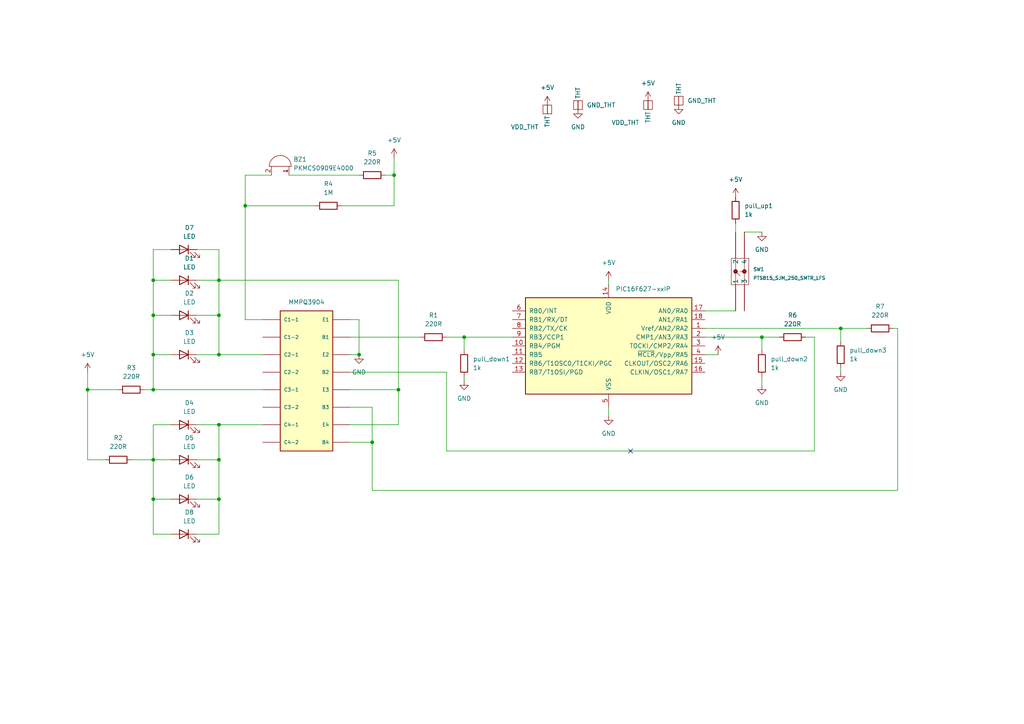
<source format=kicad_sch>
(kicad_sch (version 20211123) (generator eeschema)
  (paper "A4")
  (lib_symbols
    (symbol "Device:Buzzer" (pin_names (offset 0.0254) hide)
      (property "Reference" "BZ" (at 3.81 1.27 0))
      (property "Value" "Buzzer" (at 3.81 -1.27 0))
      (symbol "Buzzer_0_1"
        (arc (start 0 -3.175) (mid 3.175 0) (end 0 3.175))
        (polyline (pts (xy -1.651 1.905) (xy -1.143 1.905)))
        (polyline (pts (xy -1.397 2.159) (xy -1.397 1.651)))
        (polyline (pts (xy 0 3.175) (xy 0 -3.175)))
      )
      (symbol "Buzzer_1_1"
        (pin passive line (at -2.54 2.54 0) (length 2.54) (name "-") (number "1"))
        (pin passive line (at -2.54 -2.54 0) (length 2.54) (name "+") (number "2"))
      )
    )
    (symbol "Device:LED" (pin_numbers hide) (pin_names (offset 1.016) hide)
      (property "Reference" "D" (at 0 2.54 0))
      (property "Value" "LED" (at 0 -2.54 0))
      (symbol "LED_0_1"
        (polyline (pts (xy -1.27 -1.27) (xy -1.27 1.27)) (stroke (width 0.254)))
        (polyline (pts (xy -1.27 0) (xy 1.27 0)))
        (polyline (pts (xy 1.27 -1.27) (xy 1.27 1.27) (xy -1.27 0) (xy 1.27 -1.27)) (stroke (width 0.254)))
        (polyline (pts (xy -3.048 -0.762) (xy -4.572 -2.286) (xy -3.81 -2.286) (xy -4.572 -2.286) (xy -4.572 -1.524)))
        (polyline (pts (xy -1.778 -0.762) (xy -3.302 -2.286) (xy -2.54 -2.286) (xy -3.302 -2.286) (xy -3.302 -1.524)))
      )
      (symbol "LED_1_1"
        (pin passive line (at -3.81 0 0) (length 2.54) (name "K") (number "1"))
        (pin passive line (at 3.81 0 180) (length 2.54) (name "A") (number "2"))
      )
    )
    (symbol "Device:R" (pin_numbers hide) (pin_names (offset 0))
      (property "Reference" "R" (at 2.032 0 90))
      (property "Value" "R" (at 0 0 90))
      (symbol "R_0_1"
        (rectangle (start -1.016 -2.54) (end 1.016 2.54) (stroke (width 0.254)))
      )
      (symbol "R_1_1"
        (pin passive line (at 0 3.81 270) (length 1.27) (name "~") (number "1"))
        (pin passive line (at 0 -3.81 90) (length 1.27) (name "~") (number "2"))
      )
    )
    (symbol "MCU_Microchip_PIC16:PIC16F627-xxIP" (pin_names (offset 1.016))
      (property "Reference" "U" (at -24.13 17.78 0))
      (property "Value" "PIC16F627-xxIP" (at -24.13 15.24 0))
      (symbol "PIC16F627-xxIP_0_1"
        (rectangle (start 24.13 13.97) (end -24.13 -13.97) (stroke (width 0.254)) (fill (type background)))
      )
      (symbol "PIC16F627-xxIP_1_1"
        (pin bidirectional line (at 27.94 5.08 180) (length 3.81) (name "Vref/AN2/RA2") (number "1"))
        (pin bidirectional line (at -27.94 0 0) (length 3.81) (name "RB4/PGM") (number "10"))
        (pin bidirectional line (at -27.94 -2.54 0) (length 3.81) (name "RB5") (number "11"))
        (pin bidirectional line (at -27.94 -5.08 0) (length 3.81) (name "RB6/T1OSC0/T1CKI/PGC") (number "12"))
        (pin bidirectional line (at -27.94 -7.62 0) (length 3.81) (name "RB7/T1OSI/PGD") (number "13"))
        (pin power_in line (at 0 17.78 270) (length 3.81) (name "VDD") (number "14"))
        (pin bidirectional line (at 27.94 -5.08 180) (length 3.81) (name "CLKOUT/OSC2/RA6") (number "15"))
        (pin bidirectional line (at 27.94 -7.62 180) (length 3.81) (name "CLKIN/OSC1/RA7") (number "16"))
        (pin bidirectional line (at 27.94 10.16 180) (length 3.81) (name "AN0/RA0") (number "17"))
        (pin bidirectional line (at 27.94 7.62 180) (length 3.81) (name "AN1/RA1") (number "18"))
        (pin bidirectional line (at 27.94 2.54 180) (length 3.81) (name "CMP1/AN3/RA3") (number "2"))
        (pin bidirectional line (at 27.94 0 180) (length 3.81) (name "TOCKI/CMP2/RA4") (number "3"))
        (pin input line (at 27.94 -2.54 180) (length 3.81) (name "~{MCLR}/Vpp/RA5") (number "4"))
        (pin power_in line (at 0 -17.78 90) (length 3.81) (name "VSS") (number "5"))
        (pin bidirectional line (at -27.94 10.16 0) (length 3.81) (name "RB0/INT") (number "6"))
        (pin bidirectional line (at -27.94 7.62 0) (length 3.81) (name "RB1/RX/DT") (number "7"))
        (pin bidirectional line (at -27.94 5.08 0) (length 3.81) (name "RB2/TX/CK") (number "8"))
        (pin bidirectional line (at -27.94 2.54 0) (length 3.81) (name "RB3/CCP1") (number "9"))
      )
    )
    (symbol "MMPQ3904:MMPQ3904" (pin_numbers hide) (pin_names (offset 1.016))
      (property "Reference" "U" (at -7.62 21.336 0))
      (property "Value" "MMPQ3904" (at -7.62 -23.622 0))
      (symbol "MMPQ3904_0_0"
        (rectangle (start -7.62 -20.32) (end 7.62 20.32) (stroke (width 0.254)) (fill (type background)))
        (pin bidirectional line (at -12.7 17.78 0) (length 5.08) (name "C1-1") (number "1"))
        (pin bidirectional line (at 12.7 -12.7 180) (length 5.08) (name "E4") (number "10"))
        (pin bidirectional line (at 12.7 -7.62 180) (length 5.08) (name "B3") (number "11"))
        (pin bidirectional line (at 12.7 -2.54 180) (length 5.08) (name "E3") (number "12"))
        (pin bidirectional line (at 12.7 2.54 180) (length 5.08) (name "B2") (number "13"))
        (pin bidirectional line (at 12.7 7.62 180) (length 5.08) (name "E2") (number "14"))
        (pin bidirectional line (at 12.7 12.7 180) (length 5.08) (name "B1") (number "15"))
        (pin bidirectional line (at 12.7 17.78 180) (length 5.08) (name "E1") (number "16"))
        (pin bidirectional line (at -12.7 12.7 0) (length 5.08) (name "C1-2") (number "2"))
        (pin bidirectional line (at -12.7 7.62 0) (length 5.08) (name "C2-1") (number "3"))
        (pin bidirectional line (at -12.7 2.54 0) (length 5.08) (name "C2-2") (number "4"))
        (pin bidirectional line (at -12.7 -2.54 0) (length 5.08) (name "C3-1") (number "5"))
        (pin bidirectional line (at -12.7 -7.62 0) (length 5.08) (name "C3-2") (number "6"))
        (pin bidirectional line (at -12.7 -12.7 0) (length 5.08) (name "C4-1") (number "7"))
        (pin bidirectional line (at -12.7 -17.78 0) (length 5.08) (name "C4-2") (number "8"))
        (pin bidirectional line (at 12.7 -17.78 180) (length 5.08) (name "B4") (number "9"))
      )
    )
    (symbol "PTS815 SJM 250 SMTR LFS:PTS815_SJM_250_SMTR_LFS" (pin_numbers hide) (pin_names (offset 0.254))
      (property "Reference" "SW" (at 11.43 5.08 0))
      (property "Value" "PTS815_SJM_250_SMTR_LFS" (at 12.7 3.81 0))
      (symbol "PTS815_SJM_250_SMTR_LFS_0_1"
        (polyline (pts (xy 7.62 -2.54) (xy 15.24 -2.54)) (stroke (width 0.127)))
        (polyline (pts (xy 7.62 -1.27) (xy 15.24 -1.27)) (stroke (width 0.127)))
        (polyline (pts (xy 7.62 2.54) (xy 7.62 -2.54)) (stroke (width 0.127)))
        (polyline (pts (xy 10.16 0) (xy 11.43 1.27)) (stroke (width 0.127)))
        (polyline (pts (xy 11.43 0) (xy 11.43 -1.27)) (stroke (width 0.127)))
        (polyline (pts (xy 15.24 -2.54) (xy 15.24 2.54)) (stroke (width 0.127)))
        (polyline (pts (xy 15.24 1.27) (xy 7.62 1.27)) (stroke (width 0.127)))
        (polyline (pts (xy 15.24 2.54) (xy 7.62 2.54)) (stroke (width 0.127)))
        (circle (center 11.43 -1.27) (radius 0.127) (stroke (width 0.508)))
        (circle (center 11.43 1.27) (radius 0.127) (stroke (width 0.508)))
        (pin bidirectional line (at 0 1.27 0) (length 7.62) (name "1") (number "1"))
        (pin bidirectional line (at 22.86 1.27 180) (length 7.62) (name "2") (number "2"))
        (pin bidirectional line (at 0 -1.27 0) (length 7.62) (name "3") (number "3"))
        (pin bidirectional line (at 22.86 -1.27 180) (length 7.62) (name "4") (number "4"))
      )
    )
    (symbol "THT hole:GND_THT" (pin_numbers hide)
      (property "Value" "GND_THT" (at 2.54 -2.5399 0))
      (symbol "GND_THT_0_1"
        (rectangle (start -1.27 -1.27) (end 1.27 -3.81))
      )
      (symbol "GND_THT_1_1"
        (pin input line (at 0 -3.81 90) (length 2.54) (name "THT") (number "1"))
      )
    )
    (symbol "THT hole:VDD_THT" (pin_numbers hide)
      (property "Reference" "U1" (at 5.08 0 0))
      (property "Value" "VDD_THT" (at -2.54 2.5401 0))
      (symbol "VDD_THT_0_1"
        (rectangle (start -1.27 -1.27) (end 1.27 -3.81))
      )
      (symbol "VDD_THT_1_1"
        (pin input line (at 0 -3.81 90) (length 2.54) (name "THT") (number "1"))
      )
    )
    (symbol "power:+5V" (power) (pin_names (offset 0))
      (property "Value" "+5V" (at 0 3.556 0))
      (symbol "+5V_0_1"
        (polyline (pts (xy -0.762 1.27) (xy 0 2.54)))
        (polyline (pts (xy 0 0) (xy 0 2.54)))
        (polyline (pts (xy 0 2.54) (xy 0.762 1.27)))
      )
      (symbol "+5V_1_1"
        (pin power_in line (at 0 0 90) (length 0) hide (name "+5V") (number "1"))
      )
    )
    (symbol "power:GND" (power) (pin_names (offset 0))
      (property "Value" "GND" (at 0 -3.81 0))
      (symbol "GND_0_1"
        (polyline (pts (xy 0 0) (xy 0 -1.27) (xy 1.27 -1.27) (xy 0 -2.54) (xy -1.27 -1.27) (xy 0 -1.27)))
      )
      (symbol "GND_1_1"
        (pin power_in line (at 0 0 270) (length 0) hide (name "GND") (number "1"))
      )
    )
  )
  (junction (at 243.84 95.25))
  (junction (at 134.62 97.79))
  (junction (at 63.5 144.78))
  (junction (at 44.45 113.03))
  (junction (at 63.5 81.28))
  (junction (at 63.5 91.44))
  (junction (at 115.57 113.03))
  (junction (at 63.5 133.35))
  (junction (at 44.45 91.44))
  (junction (at 63.5 102.87))
  (junction (at 44.45 81.28))
  (junction (at 107.95 128.27))
  (junction (at 220.98 97.79))
  (junction (at 71.12 59.69))
  (junction (at 44.45 102.87))
  (junction (at 63.5 123.19))
  (junction (at 104.14 102.87))
  (junction (at 25.4 113.03))
  (junction (at 44.45 144.78))
  (junction (at 44.45 133.35))
  (junction (at 114.3 50.8))
  (no_connect (at 182.88 130.81))
  (wire (pts (xy 259.08 95.25) (xy 260.35 95.25)))
  (wire (pts (xy 44.45 113.03) (xy 76.2 113.03)))
  (wire (pts (xy 63.5 144.78) (xy 57.15 144.78)))
  (wire (pts (xy 99.06 59.69) (xy 114.3 59.69)))
  (wire (pts (xy 101.6 123.19) (xy 115.57 123.19)))
  (wire (pts (xy 129.54 107.95) (xy 129.54 130.81)))
  (wire (pts (xy 101.6 97.79) (xy 121.92 97.79)))
  (wire (pts (xy 44.45 102.87) (xy 49.53 102.87)))
  (wire (pts (xy 134.62 110.49) (xy 134.62 109.22)))
  (wire (pts (xy 71.12 50.8) (xy 71.12 59.69)))
  (wire (pts (xy 101.6 102.87) (xy 104.14 102.87)))
  (wire (pts (xy 63.5 81.28) (xy 57.15 81.28)))
  (wire (pts (xy 226.06 97.79) (xy 220.98 97.79)))
  (wire (pts (xy 107.95 142.24) (xy 260.35 142.24)))
  (wire (pts (xy 25.4 133.35) (xy 25.4 113.03)))
  (wire (pts (xy 204.47 90.17) (xy 213.36 90.17)))
  (wire (pts (xy 71.12 59.69) (xy 71.12 92.71)))
  (wire (pts (xy 243.84 107.95) (xy 243.84 106.68)))
  (wire (pts (xy 44.45 91.44) (xy 49.53 91.44)))
  (wire (pts (xy 204.47 102.87) (xy 208.28 102.87)))
  (wire (pts (xy 101.6 128.27) (xy 107.95 128.27)))
  (wire (pts (xy 220.98 97.79) (xy 204.47 97.79)))
  (wire (pts (xy 243.84 95.25) (xy 243.84 99.06)))
  (wire (pts (xy 44.45 72.39) (xy 44.45 81.28)))
  (wire (pts (xy 44.45 133.35) (xy 49.53 133.35)))
  (wire (pts (xy 83.82 50.8) (xy 104.14 50.8)))
  (wire (pts (xy 114.3 59.69) (xy 114.3 50.8)))
  (wire (pts (xy 63.5 81.28) (xy 63.5 91.44)))
  (wire (pts (xy 111.76 50.8) (xy 114.3 50.8)))
  (wire (pts (xy 25.4 107.95) (xy 25.4 113.03)))
  (wire (pts (xy 44.45 123.19) (xy 49.53 123.19)))
  (wire (pts (xy 63.5 91.44) (xy 57.15 91.44)))
  (wire (pts (xy 134.62 97.79) (xy 134.62 101.6)))
  (wire (pts (xy 49.53 72.39) (xy 44.45 72.39)))
  (wire (pts (xy 114.3 45.72) (xy 114.3 50.8)))
  (wire (pts (xy 44.45 102.87) (xy 44.45 113.03)))
  (wire (pts (xy 107.95 118.11) (xy 107.95 128.27)))
  (wire (pts (xy 101.6 118.11) (xy 107.95 118.11)))
  (wire (pts (xy 25.4 113.03) (xy 34.29 113.03)))
  (wire (pts (xy 220.98 97.79) (xy 220.98 101.6)))
  (wire (pts (xy 215.9 67.31) (xy 220.98 67.31)))
  (wire (pts (xy 30.48 133.35) (xy 25.4 133.35)))
  (wire (pts (xy 76.2 92.71) (xy 71.12 92.71)))
  (wire (pts (xy 63.5 133.35) (xy 57.15 133.35)))
  (wire (pts (xy 44.45 144.78) (xy 49.53 144.78)))
  (wire (pts (xy 101.6 107.95) (xy 129.54 107.95)))
  (wire (pts (xy 71.12 50.8) (xy 78.74 50.8)))
  (wire (pts (xy 134.62 97.79) (xy 148.59 97.79)))
  (wire (pts (xy 63.5 72.39) (xy 63.5 81.28)))
  (wire (pts (xy 44.45 81.28) (xy 44.45 91.44)))
  (wire (pts (xy 44.45 81.28) (xy 49.53 81.28)))
  (wire (pts (xy 63.5 123.19) (xy 63.5 133.35)))
  (wire (pts (xy 63.5 123.19) (xy 76.2 123.19)))
  (wire (pts (xy 41.91 113.03) (xy 44.45 113.03)))
  (wire (pts (xy 260.35 95.25) (xy 260.35 142.24)))
  (wire (pts (xy 63.5 102.87) (xy 76.2 102.87)))
  (wire (pts (xy 44.45 154.94) (xy 44.45 144.78)))
  (wire (pts (xy 63.5 123.19) (xy 57.15 123.19)))
  (wire (pts (xy 104.14 92.71) (xy 104.14 102.87)))
  (wire (pts (xy 57.15 154.94) (xy 63.5 154.94)))
  (wire (pts (xy 115.57 113.03) (xy 115.57 81.28)))
  (wire (pts (xy 243.84 95.25) (xy 251.46 95.25)))
  (wire (pts (xy 101.6 113.03) (xy 115.57 113.03)))
  (wire (pts (xy 101.6 92.71) (xy 104.14 92.71)))
  (wire (pts (xy 44.45 123.19) (xy 44.45 133.35)))
  (wire (pts (xy 44.45 91.44) (xy 44.45 102.87)))
  (wire (pts (xy 63.5 133.35) (xy 63.5 144.78)))
  (wire (pts (xy 176.53 81.28) (xy 176.53 82.55)))
  (wire (pts (xy 129.54 97.79) (xy 134.62 97.79)))
  (wire (pts (xy 44.45 133.35) (xy 44.45 144.78)))
  (wire (pts (xy 63.5 154.94) (xy 63.5 144.78)))
  (wire (pts (xy 107.95 128.27) (xy 107.95 142.24)))
  (wire (pts (xy 57.15 72.39) (xy 63.5 72.39)))
  (wire (pts (xy 49.53 154.94) (xy 44.45 154.94)))
  (wire (pts (xy 233.68 97.79) (xy 236.22 97.79)))
  (wire (pts (xy 176.53 118.11) (xy 176.53 120.65)))
  (wire (pts (xy 63.5 102.87) (xy 57.15 102.87)))
  (wire (pts (xy 129.54 130.81) (xy 236.22 130.81)))
  (wire (pts (xy 115.57 81.28) (xy 63.5 81.28)))
  (wire (pts (xy 63.5 91.44) (xy 63.5 102.87)))
  (wire (pts (xy 236.22 130.81) (xy 236.22 97.79)))
  (wire (pts (xy 91.44 59.69) (xy 71.12 59.69)))
  (wire (pts (xy 115.57 123.19) (xy 115.57 113.03)))
  (wire (pts (xy 220.98 111.76) (xy 220.98 109.22)))
  (wire (pts (xy 213.36 64.77) (xy 213.36 67.31)))
  (wire (pts (xy 204.47 95.25) (xy 243.84 95.25)))
  (wire (pts (xy 38.1 133.35) (xy 44.45 133.35)))
  (symbol (lib_id "Device:R") (at 95.25 59.69 90) (unit 1)
    (property "Reference" "R4" (at 95.25 53.34 90))
    (property "Value" "1M" (at 95.25 55.88 90))
    (property "Footprint" "Resistor_SMD:R_0805_2012Metric_Pad1.20x1.40mm_HandSolder" (effects hide))
  )
  (symbol (lib_id "Device:LED") (at 53.34 154.94 0) (mirror y) (unit 1)
    (property "Reference" "D8" (at 54.9275 148.59 0))
    (property "Value" "LED" (at 54.9275 151.13 0))
    (property "Footprint" "LED_SMD:LED_0805_2012Metric_Pad1.15x1.40mm_HandSolder" (effects hide))
  )
  (symbol (lib_id "Device:LED") (at 53.34 102.87 0) (mirror y) (unit 1)
    (property "Reference" "D3" (at 54.9275 96.52 0))
    (property "Value" "LED" (at 54.9275 99.06 0))
    (property "Footprint" "LED_SMD:LED_0805_2012Metric_Pad1.15x1.40mm_HandSolder" (effects hide))
  )
  (symbol (lib_id "Device:LED") (at 53.34 144.78 0) (mirror y) (unit 1)
    (property "Reference" "D6" (at 54.9275 138.43 0))
    (property "Value" "LED" (at 54.9275 140.97 0))
    (property "Footprint" "LED_SMD:LED_0805_2012Metric_Pad1.15x1.40mm_HandSolder" (effects hide))
  )
  (symbol (lib_id "Device:R") (at 229.87 97.79 90) (unit 1)
    (property "Reference" "R6" (at 229.87 91.44 90))
    (property "Value" "220R" (at 229.87 93.98 90))
    (property "Footprint" "Resistor_SMD:R_0805_2012Metric_Pad1.20x1.40mm_HandSolder" (effects hide))
  )
  (symbol (lib_id "power:+5V") (at 187.96 29.21 0) (unit 1)
    (property "Reference" "#PWR0115" (effects hide))
    (property "Value" "+5V" (at 187.96 24.13 0))
  )
  (symbol (lib_id "Device:Buzzer") (at 81.28 48.26 270) (mirror x) (unit 1)
    (property "Reference" "BZ1" (at 85.09 46.2279 90) (effects (justify left)))
    (property "Value" "PKMCS0909E4000" (at 85.09 48.7679 90) (effects (justify left)))
    (property "Footprint" "Buzzer_Beeper:Buzzer_Murata_PKMCS0909E" (effects hide))
  )
  (symbol (lib_id "Device:R") (at 134.62 105.41 0) (unit 1)
    (property "Reference" "pull_down1" (at 137.16 104.1399 0) (effects (justify left)))
    (property "Value" "1k" (at 137.16 106.6799 0) (effects (justify left)))
    (property "Footprint" "Resistor_SMD:R_0805_2012Metric_Pad1.20x1.40mm_HandSolder" (effects hide))
  )
  (symbol (lib_id "Device:LED") (at 53.34 123.19 0) (mirror y) (unit 1)
    (property "Reference" "D4" (at 54.9275 116.84 0))
    (property "Value" "LED" (at 54.9275 119.38 0))
    (property "Footprint" "LED_SMD:LED_0805_2012Metric_Pad1.15x1.40mm_HandSolder" (effects hide))
  )
  (symbol (lib_id "Device:R") (at 38.1 113.03 90) (unit 1)
    (property "Reference" "R3" (at 38.1 106.68 90))
    (property "Value" "220R" (at 38.1 109.22 90))
    (property "Footprint" "Resistor_SMD:R_0805_2012Metric_Pad1.20x1.40mm_HandSolder" (effects hide))
  )
  (symbol (lib_id "power:+5V") (at 25.4 107.95 0) (unit 1)
    (property "Reference" "#PWR0107" (effects hide))
    (property "Value" "+5V" (at 25.4 102.87 0))
  )
  (symbol (lib_id "power:GND") (at 220.98 67.31 0) (unit 1)
    (property "Reference" "#PWR0109" (effects hide))
    (property "Value" "GND" (at 220.98 72.39 0))
  )
  (symbol (lib_id "power:GND") (at 167.64 31.75 0) (unit 1)
    (property "Reference" "#PWR0103" (effects hide))
    (property "Value" "GND" (at 167.64 36.83 0))
  )
  (symbol (lib_id "THT hole:VDD_THT") (at 187.96 33.02 0) (mirror x) (unit 1)
    (property "Reference" "VDD_THT2" (effects hide))
    (property "Value" "VDD_THT" (at 185.42 35.5601 0) (effects (justify right)))
    (property "Footprint" "THT hole:VDD_THT" (effects hide))
  )
  (symbol (lib_id "Device:R") (at 220.98 105.41 0) (unit 1)
    (property "Reference" "pull_down2" (at 223.52 104.1399 0) (effects (justify left)))
    (property "Value" "1k" (at 223.52 106.6799 0) (effects (justify left)))
    (property "Footprint" "Resistor_SMD:R_0805_2012Metric_Pad1.20x1.40mm_HandSolder" (effects hide))
  )
  (symbol (lib_id "Device:R") (at 255.27 95.25 90) (unit 1)
    (property "Reference" "R7" (at 255.27 88.9 90))
    (property "Value" "220R" (at 255.27 91.44 90))
    (property "Footprint" "Resistor_SMD:R_0805_2012Metric_Pad1.20x1.40mm_HandSolder" (effects hide))
  )
  (symbol (lib_id "THT hole:VDD_THT") (at 158.75 34.29 0) (mirror x) (unit 1)
    (property "Reference" "VDD_THT1" (effects hide))
    (property "Value" "VDD_THT" (at 156.21 36.8301 0) (effects (justify right)))
    (property "Footprint" "THT hole:VDD_THT" (effects hide))
  )
  (symbol (lib_id "Device:R") (at 243.84 102.87 0) (unit 1)
    (property "Reference" "pull_down3" (at 246.38 101.5999 0) (effects (justify left)))
    (property "Value" "1k" (at 246.38 104.1399 0) (effects (justify left)))
    (property "Footprint" "Resistor_SMD:R_0805_2012Metric_Pad1.20x1.40mm_HandSolder" (effects hide))
  )
  (symbol (lib_id "Device:LED") (at 53.34 72.39 0) (mirror y) (unit 1)
    (property "Reference" "D7" (at 54.9275 66.04 0))
    (property "Value" "LED" (at 54.9275 68.58 0))
    (property "Footprint" "LED_SMD:LED_0805_2012Metric_Pad1.15x1.40mm_HandSolder" (effects hide))
  )
  (symbol (lib_id "PTS815 SJM 250 SMTR LFS:PTS815_SJM_250_SMTR_LFS") (at 214.63 90.17 90) (unit 1)
    (property "Reference" "SW1" (at 218.44 78.105 90) (effects (font (size 1 1)) (justify right)))
    (property "Value" "PTS815_SJM_250_SMTR_LFS" (at 218.44 80.645 90) (effects (font (size 1 1)) (justify right)))
    (property "Footprint" "PTS815 SJM 250 SMTR LFS:SW4_PTS815 SJM 250 SMTR LFS_CNK" (effects hide))
  )
  (symbol (lib_id "Device:R") (at 107.95 50.8 270) (unit 1)
    (property "Reference" "R5" (at 107.95 44.45 90))
    (property "Value" "220R" (at 107.95 46.99 90))
    (property "Footprint" "Resistor_SMD:R_0805_2012Metric_Pad1.20x1.40mm_HandSolder" (effects hide))
  )
  (symbol (lib_id "power:+5V") (at 176.53 81.28 0) (unit 1)
    (property "Reference" "#PWR0104" (effects hide))
    (property "Value" "+5V" (at 176.53 76.2 0))
  )
  (symbol (lib_id "Device:LED") (at 53.34 91.44 0) (mirror y) (unit 1)
    (property "Reference" "D2" (at 54.9275 85.09 0))
    (property "Value" "LED" (at 54.9275 87.63 0))
    (property "Footprint" "LED_SMD:LED_0805_2012Metric_Pad1.15x1.40mm_HandSolder" (effects hide))
  )
  (symbol (lib_id "power:GND") (at 220.98 111.76 0) (unit 1)
    (property "Reference" "#PWR0110" (effects hide))
    (property "Value" "GND" (at 220.98 116.84 0))
  )
  (symbol (lib_id "power:GND") (at 104.14 102.87 0) (unit 1)
    (property "Reference" "#PWR0113" (effects hide))
    (property "Value" "GND" (at 104.14 107.95 0))
  )
  (symbol (lib_id "power:GND") (at 176.53 120.65 0) (unit 1)
    (property "Reference" "#PWR0106" (effects hide))
    (property "Value" "GND" (at 176.53 125.73 0))
  )
  (symbol (lib_id "Device:R") (at 213.36 60.96 0) (unit 1)
    (property "Reference" "pull_up1" (at 215.9 59.6899 0) (effects (justify left)))
    (property "Value" "1k" (at 215.9 62.2299 0) (effects (justify left)))
    (property "Footprint" "Resistor_SMD:R_0805_2012Metric_Pad1.20x1.40mm_HandSolder" (effects hide))
  )
  (symbol (lib_id "THT hole:GND_THT") (at 196.85 26.67 0) (unit 1)
    (property "Reference" "GND_THT2" (effects hide))
    (property "Value" "GND_THT" (at 199.39 29.2099 0) (effects (justify left)))
    (property "Footprint" "THT hole:GND_THT" (effects hide))
  )
  (symbol (lib_id "power:GND") (at 243.84 107.95 0) (unit 1)
    (property "Reference" "#PWR0111" (effects hide))
    (property "Value" "GND" (at 243.84 113.03 0))
  )
  (symbol (lib_id "MMPQ3904:MMPQ3904") (at 88.9 110.49 0) (unit 1)
    (property "Reference" "U1" (effects hide))
    (property "Value" "MMPQ3904" (at 88.9 87.63 0))
    (property "Footprint" "MMPQ3904:SOIC16_3P9X9P9_ONS" (effects hide))
    (property "MF" "ON Semiconductor" (effects hide))
    (property "Description" "\nBipolar (BJT) Transistor Array 4 NPN (Quad) 40V 200mA 250MHz 1W Surface Mount 16-SOIC\n" (effects hide))
    (property "Package" "SOIC-16 ON Semiconductor" (effects hide))
    (property "Price" "None" (effects hide))
    (property "SnapEDA_Link" "https://www.snapeda.com/parts/MMPQ3904/Onsemi/view-part/?ref=snap" (effects hide))
    (property "MP" "MMPQ3904" (effects hide))
    (property "Purchase-URL" "https://www.snapeda.com/api/url_track_click_mouser/?unipart_id=2751758&manufacturer=ON Semiconductor&part_name=MMPQ3904&search_term=None" (effects hide))
    (property "Availability" "In Stock" (effects hide))
    (property "Check_prices" "https://www.snapeda.com/parts/MMPQ3904/Onsemi/view-part/?ref=eda" (effects hide))
  )
  (symbol (lib_id "Device:R") (at 34.29 133.35 90) (unit 1)
    (property "Reference" "R2" (at 34.29 127 90))
    (property "Value" "220R" (at 34.29 129.54 90))
    (property "Footprint" "Resistor_SMD:R_0805_2012Metric_Pad1.20x1.40mm_HandSolder" (effects hide))
  )
  (symbol (lib_id "power:GND") (at 134.62 110.49 0) (unit 1)
    (property "Reference" "#PWR0105" (effects hide))
    (property "Value" "GND" (at 134.62 115.57 0))
  )
  (symbol (lib_id "power:+5V") (at 114.3 45.72 0) (unit 1)
    (property "Reference" "#PWR0102" (effects hide))
    (property "Value" "+5V" (at 114.3 40.64 0))
  )
  (symbol (lib_id "MCU_Microchip_PIC16:PIC16F627-xxIP") (at 176.53 100.33 0) (unit 1)
    (property "Reference" "U2" (effects hide))
    (property "Value" "PIC16F627-xxIP" (at 178.5494 83.82 0) (effects (justify left)))
    (property "Footprint" "PIC16f627A THT:DIP254P762X533-18" (effects hide))
    (property "Datasheet" "http://ww1.microchip.com/downloads/en/DeviceDoc/40300c.pdf" (effects hide))
  )
  (symbol (lib_id "power:+5V") (at 213.36 57.15 0) (unit 1)
    (property "Reference" "#PWR0108" (effects hide))
    (property "Value" "+5V" (at 213.36 52.07 0))
  )
  (symbol (lib_id "Device:LED") (at 53.34 133.35 0) (mirror y) (unit 1)
    (property "Reference" "D5" (at 54.9275 127 0))
    (property "Value" "LED" (at 54.9275 129.54 0))
    (property "Footprint" "LED_SMD:LED_0805_2012Metric_Pad1.15x1.40mm_HandSolder" (effects hide))
  )
  (symbol (lib_id "power:+5V") (at 158.75 30.48 0) (unit 1)
    (property "Reference" "#PWR0101" (effects hide))
    (property "Value" "+5V" (at 158.75 25.4 0))
  )
  (symbol (lib_id "Device:LED") (at 53.34 81.28 0) (mirror y) (unit 1)
    (property "Reference" "D1" (at 54.9275 74.93 0))
    (property "Value" "LED" (at 54.9275 77.47 0))
    (property "Footprint" "LED_SMD:LED_0805_2012Metric_Pad1.15x1.40mm_HandSolder" (effects hide))
  )
  (symbol (lib_id "Device:R") (at 125.73 97.79 90) (unit 1)
    (property "Reference" "R1" (at 125.73 91.44 90))
    (property "Value" "220R" (at 125.73 93.98 90))
    (property "Footprint" "Resistor_SMD:R_0805_2012Metric_Pad1.20x1.40mm_HandSolder" (effects hide))
  )
  (symbol (lib_id "THT hole:GND_THT") (at 167.64 27.94 0) (unit 1)
    (property "Reference" "GND_THT1" (effects hide))
    (property "Value" "GND_THT" (at 170.18 30.4799 0) (effects (justify left)))
    (property "Footprint" "THT hole:GND_THT" (effects hide))
  )
  (symbol (lib_id "power:GND") (at 196.85 30.48 0) (unit 1)
    (property "Reference" "#PWR0114" (effects hide))
    (property "Value" "GND" (at 196.85 35.56 0))
  )
  (symbol (lib_id "power:+5V") (at 208.28 102.87 0) (unit 1)
    (property "Reference" "#PWR0112" (effects hide))
    (property "Value" "+5V" (at 208.28 97.79 0))
  )
)
</source>
